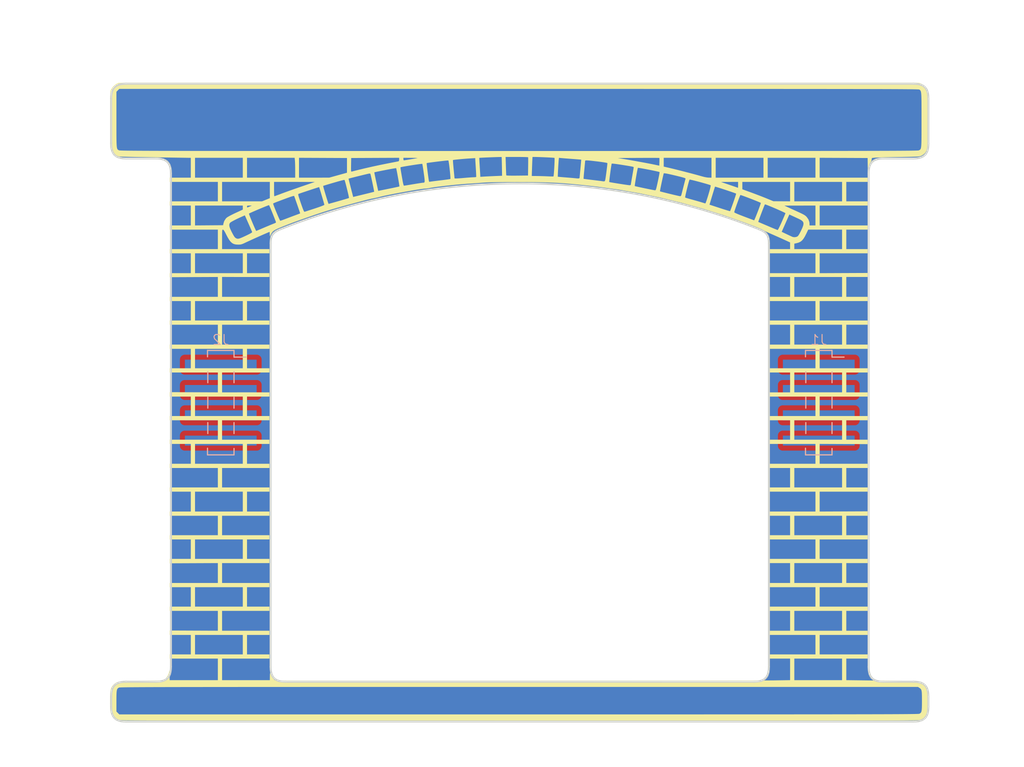
<source format=kicad_pcb>
(kicad_pcb (version 20221018) (generator pcbnew)
  (layers (0 "F.Cu" mixed) (31 "B.Cu" signal) (34 "B.Paste" user) (35 "F.Paste" user) (36 "B.SilkS" user "B.Silkscreen") (37 "F.SilkS" user "F.Silkscreen") (38 "B.Mask" user) (39 "F.Mask" user) (44 "Edge.Cuts" user))
  (net 0 "")
  (footprint "LOGO" (layer "F.Cu") (at 129.9 99.9)
    (fp_text reference "G***" hide)
    (fp_text value "LOGO" hide)
  )
  (footprint "fp:PinHeader_1x04_P2.54mm_Vertical_SMD_Both" (layer "B.Cu") (at 100 100 180)
    (fp_text reference "J2" (at 0 6.3 unlocked) (layer "B.SilkS") (effects (font (thickness 0.1)) (justify mirror)))
    (fp_text value "CAP_TOUCH")
    (pad "1" smd rect (at 0 3.81 180) (size 7.2 1) (layers "B.Cu" "B.Paste" "B.Mask"))
    (pad "2" smd rect (at 0 1.27 180) (size 7.2 1) (layers "B.Cu" "B.Paste" "B.Mask"))
    (pad "3" smd rect (at 0 -1.27 180) (size 7.2 1) (layers "B.Cu" "B.Paste" "B.Mask"))
    (pad "4" smd rect (at 0 -3.81 180) (size 7.2 1) (layers "B.Cu" "B.Paste" "B.Mask"))
  )
  (footprint "fp:PinHeader_1x04_P2.54mm_Vertical_SMD_Both" (layer "B.Cu") (at 160 100 180)
    (fp_text reference "J1" (at 0 6.3 unlocked) (layer "B.SilkS") (effects (font (thickness 0.1)) (justify mirror)))
    (fp_text value "PWR")
    (pad "1" smd rect (at 0 3.81 180) (size 7.2 1) (layers "B.Cu" "B.Paste" "B.Mask"))
    (pad "2" smd rect (at 0 1.27 180) (size 7.2 1) (layers "B.Cu" "B.Paste" "B.Mask"))
    (pad "3" smd rect (at 0 -1.27 180) (size 7.2 1) (layers "B.Cu" "B.Paste" "B.Mask"))
    (pad "4" smd rect (at 0 -3.81 180) (size 7.2 1) (layers "B.Cu" "B.Paste" "B.Mask"))
  )
  (gr_curve locked (pts (xy 170.01591 131.956123) (xy 169.848076 131.988743) (xy 169.670423 132) (xy 169.5 132)) (stroke (width 0.2)) (layer "Edge.Cuts"))
  (gr_line locked (start 105 126.5) (end 105 84.008475) (stroke (width 0.2)) (layer "Edge.Cuts"))
  (gr_curve locked (pts (xy 90.5 68) (xy 90.209074 68) (xy 89.968644 68.032804) (xy 89.771746 68.099325)) (stroke (width 0.2)) (layer "Edge.Cuts"))
  (gr_curve locked (pts (xy 94.400652 127.828226) (xy 94.280232 127.890259) (xy 94.148605 127.930332) (xy 94.01591 127.956123)) (stroke (width 0.2)) (layer "Edge.Cuts"))
  (gr_curve locked (pts (xy 154.710687 83.019653) (xy 154.636227 82.938446) (xy 154.549174 82.870755) (xy 154.456352 82.812393)) (stroke (width 0.2)) (layer "Edge.Cuts"))
  (gr_curve locked (pts (xy 154.601164 127.693313) (xy 154.696157 127.610706) (xy 154.770608 127.512501) (xy 154.828226 127.400652)) (stroke (width 0.2)) (layer "Edge.Cuts"))
  (gr_curve locked (pts (xy 94.956123 76.48409) (xy 94.988743 76.651924) (xy 95 76.829577) (xy 95 77)) (stroke (width 0.2)) (layer "Edge.Cuts"))
  (gr_curve locked (pts (xy 170.400652 75.328226) (xy 170.280232 75.390259) (xy 170.148605 75.430332) (xy 170.01591 75.456123)) (stroke (width 0.2)) (layer "Edge.Cuts"))
  (gr_curve locked (pts (xy 165.171774 76.099348) (xy 165.109741 76.219768) (xy 165.069668 76.351395) (xy 165.043877 76.48409)) (stroke (width 0.2)) (layer "Edge.Cuts"))
  (gr_curve locked (pts (xy 170.693313 75.101164) (xy 170.610706 75.196157) (xy 170.512501 75.270608) (xy 170.400652 75.328226)) (stroke (width 0.2)) (layer "Edge.Cuts"))
  (gr_curve locked (pts (xy 94.900675 127.228254) (xy 94.854477 127.364998) (xy 94.788195 127.492056) (xy 94.693313 127.601164)) (stroke (width 0.2)) (layer "Edge.Cuts"))
  (gr_curve locked (pts (xy 105.043877 127.01591) (xy 105.011257 126.848076) (xy 105 126.670423) (xy 105 126.5)) (stroke (width 0.2)) (layer "Edge.Cuts"))
  (gr_curve locked (pts (xy 106.5 128) (xy 106.209074 128) (xy 105.968644 127.967196) (xy 105.771746 127.900675)) (stroke (width 0.2)) (layer "Edge.Cuts"))
  (gr_curve locked (pts (xy 169.5 68) (xy 169.790926 68) (xy 170.031356 68.032804) (xy 170.228254 68.099325)) (stroke (width 0.2)) (layer "Edge.Cuts"))
  (gr_line locked (start 166.5 75.5) (end 169.5 75.5) (stroke (width 0.2)) (layer "Edge.Cuts"))
  (gr_line locked (start 89 129.5) (end 89 130.5) (stroke (width 0.2)) (layer "Edge.Cuts"))
  (gr_line locked (start 89 69.5) (end 89 74) (stroke (width 0.2)) (layer "Edge.Cuts"))
  (gr_curve locked (pts (xy 89 130.5) (xy 89 130.790926) (xy 89.032804 131.031356) (xy 89.099325 131.228254)) (stroke (width 0.2)) (layer "Edge.Cuts"))
  (gr_curve locked (pts (xy 89.398836 68.306687) (xy 89.303843 68.389294) (xy 89.229392 68.487499) (xy 89.171774 68.599348)) (stroke (width 0.2)) (layer "Edge.Cuts"))
  (gr_curve locked (pts (xy 94.601164 75.806687) (xy 94.696157 75.889294) (xy 94.770608 75.987499) (xy 94.828226 76.099348)) (stroke (width 0.2)) (layer "Edge.Cuts"))
  (gr_line locked (start 90.5 132) (end 169.5 132) (stroke (width 0.2)) (layer "Edge.Cuts"))
  (gr_curve locked (pts (xy 165.771746 75.599325) (xy 165.635002 75.645523) (xy 165.507944 75.711805) (xy 165.398836 75.806687)) (stroke (width 0.2)) (layer "Edge.Cuts"))
  (gr_curve locked (pts (xy 105.398836 127.693313) (xy 105.303843 127.610706) (xy 105.229392 127.512501) (xy 105.171774 127.400652)) (stroke (width 0.2)) (layer "Edge.Cuts"))
  (gr_curve locked (pts (xy 89.099325 74.728254) (xy 89.145523 74.864998) (xy 89.211805 74.992056) (xy 89.306687 75.101164)) (stroke (width 0.2)) (layer "Edge.Cuts"))
  (gr_curve locked (pts (xy 171 74) (xy 171 74.290926) (xy 170.967196 74.531356) (xy 170.900675 74.728254)) (stroke (width 0.2)) (layer "Edge.Cuts"))
  (gr_curve locked (pts (xy 170.828226 128.599348) (xy 170.890259 128.719768) (xy 170.930332 128.851395) (xy 170.956123 128.98409)) (stroke (width 0.2)) (layer "Edge.Cuts"))
  (gr_curve locked (pts (xy 170.900675 131.228254) (xy 170.854477 131.364998) (xy 170.788195 131.492056) (xy 170.693313 131.601164)) (stroke (width 0.2)) (layer "Edge.Cuts"))
  (gr_curve locked (pts (xy 170.601164 68.306687) (xy 170.696157 68.389294) (xy 170.770608 68.487499) (xy 170.828226 68.599348)) (stroke (width 0.2)) (layer "Edge.Cuts"))
  (gr_line locked (start 155 84.008475) (end 155 126.5) (stroke (width 0.2)) (layer "Edge.Cuts"))
  (gr_curve locked (pts (xy 89 74) (xy 89 74.290926) (xy 89.032804 74.531356) (xy 89.099325 74.728254)) (stroke (width 0.2)) (layer "Edge.Cuts"))
  (gr_curve locked (pts (xy 93.5 75.5) (xy 93.790926 75.5) (xy 94.031356 75.532804) (xy 94.228254 75.599325)) (stroke (width 0.2)) (layer "Edge.Cuts"))
  (gr_curve locked (pts (xy 169.5 128) (xy 169.790926 128) (xy 170.031356 128.032804) (xy 170.228254 128.099325)) (stroke (width 0.2)) (layer "Edge.Cuts"))
  (gr_curve locked (pts (xy 89.98409 131.956123) (xy 90.151924 131.988743) (xy 90.329577 132) (xy 90.5 132)) (stroke (width 0.2)) (layer "Edge.Cuts"))
  (gr_curve locked (pts (xy 89.043877 68.98409) (xy 89.011257 69.151924) (xy 89 69.329577) (xy 89 69.5)) (stroke (width 0.2)) (layer "Edge.Cuts"))
  (gr_curve locked (pts (xy 165.98409 127.956123) (xy 166.151924 127.988743) (xy 166.329577 128) (xy 166.5 128)) (stroke (width 0.2)) (layer "Edge.Cuts"))
  (gr_curve locked (pts (xy 90.5 128) (xy 90.209074 128) (xy 89.968644 128.032804) (xy 89.771746 128.099325)) (stroke (width 0.2)) (layer "Edge.Cuts"))
  (gr_line locked (start 169.5 128) (end 166.5 128) (stroke (width 0.2)) (layer "Edge.Cuts"))
  (gr_curve locked (pts (xy 89.599348 75.328226) (xy 89.719768 75.390259) (xy 89.851395 75.430332) (xy 89.98409 75.456123)) (stroke (width 0.2)) (layer "Edge.Cuts"))
  (gr_line locked (start 90.5 75.5) (end 93.5 75.5) (stroke (width 0.2)) (layer "Edge.Cuts"))
  (gr_curve locked (pts (xy 171 130.5) (xy 171 130.790926) (xy 170.967196 131.031356) (xy 170.900675 131.228254)) (stroke (width 0.2)) (layer "Edge.Cuts"))
  (gr_curve locked (pts (xy 89.771746 68.099325) (xy 89.635002 68.145523) (xy 89.507944 68.211805) (xy 89.398836 68.306687)) (stroke (width 0.2)) (layer "Edge.Cuts"))
  (gr_curve locked (pts (xy 89.306687 131.601164) (xy 89.389294 131.696157) (xy 89.487499 131.770608) (xy 89.599348 131.828226)) (stroke (width 0.2)) (layer "Edge.Cuts"))
  (gr_curve locked (pts (xy 170.956123 128.98409) (xy 170.988743 129.151924) (xy 171 129.329577) (xy 171 129.5)) (stroke (width 0.2)) (layer "Edge.Cuts"))
  (gr_line locked (start 169.5 68) (end 90.5 68) (stroke (width 0.2)) (layer "Edge.Cuts"))
  (gr_curve locked (pts (xy 153.5 128) (xy 153.790926 128) (xy 154.031356 127.967196) (xy 154.228254 127.900675)) (stroke (width 0.2)) (layer "Edge.Cuts"))
  (gr_curve locked (pts (xy 170.601164 128.306687) (xy 170.696157 128.389294) (xy 170.770608 128.487499) (xy 170.828226 128.599348)) (stroke (width 0.2)) (layer "Edge.Cuts"))
  (gr_curve locked (pts (xy 165.398836 75.806687) (xy 165.303843 75.889294) (xy 165.229392 75.987499) (xy 165.171774 76.099348)) (stroke (width 0.2)) (layer "Edge.Cuts"))
  (gr_curve locked (pts (xy 170.228254 68.099325) (xy 170.364998 68.145523) (xy 170.492056 68.211805) (xy 170.601164 68.306687)) (stroke (width 0.2)) (layer "Edge.Cuts"))
  (gr_curve locked (pts (xy 94.228254 75.599325) (xy 94.364998 75.645523) (xy 94.492056 75.711805) (xy 94.601164 75.806687)) (stroke (width 0.2)) (layer "Edge.Cuts"))
  (gr_curve locked (pts (xy 89.099325 131.228254) (xy 89.145523 131.364998) (xy 89.211805 131.492056) (xy 89.306687 131.601164)) (stroke (width 0.2)) (layer "Edge.Cuts"))
  (gr_curve locked (pts (xy 105.091027 83.350727) (xy 105.135835 83.226307) (xy 105.199771 83.11731) (xy 105.289313 83.019653)) (stroke (width 0.2)) (layer "Edge.Cuts"))
  (gr_curve locked (pts (xy 170.956123 68.98409) (xy 170.988743 69.151924) (xy 171 69.329577) (xy 171 69.5)) (stroke (width 0.2)) (layer "Edge.Cuts"))
  (gr_curve locked (pts (xy 165 126.5) (xy 165 126.790926) (xy 165.032804 127.031356) (xy 165.099325 127.228254)) (stroke (width 0.2)) (layer "Edge.Cuts"))
  (gr_curve locked (pts (xy 165.099325 127.228254) (xy 165.145523 127.364998) (xy 165.211805 127.492056) (xy 165.306687 127.601164)) (stroke (width 0.2)) (layer "Edge.Cuts"))
  (gr_curve locked (pts (xy 154.908973 83.350727) (xy 154.864165 83.226307) (xy 154.800229 83.11731) (xy 154.710687 83.019653)) (stroke (width 0.2)) (layer "Edge.Cuts"))
  (gr_line locked (start 93.5 128) (end 90.5 128) (stroke (width 0.2)) (layer "Edge.Cuts"))
  (gr_arc locked (start 105.944882 82.614975) (mid 130 78) (end 154.055118 82.614975) (stroke (width 0.2)) (layer "Edge.Cuts"))
  (gr_curve locked (pts (xy 155 84.008475) (xy 155 83.759171) (xy 154.976529 83.53831) (xy 154.908973 83.350727)) (stroke (width 0.2)) (layer "Edge.Cuts"))
  (gr_curve locked (pts (xy 154.228254 127.900675) (xy 154.364998 127.854477) (xy 154.492056 127.788195) (xy 154.601164 127.693313)) (stroke (width 0.2)) (layer "Edge.Cuts"))
  (gr_curve locked (pts (xy 89.171774 68.599348) (xy 89.109741 68.719768) (xy 89.069668 68.851395) (xy 89.043877 68.98409)) (stroke (width 0.2)) (layer "Edge.Cuts"))
  (gr_line locked (start 171 130.5) (end 171 129.5) (stroke (width 0.2)) (layer "Edge.Cuts"))
  (gr_curve locked (pts (xy 94.693313 127.601164) (xy 94.610706 127.696157) (xy 94.512501 127.770608) (xy 94.400652 127.828226)) (stroke (width 0.2)) (layer "Edge.Cuts"))
  (gr_curve locked (pts (xy 170.01591 75.456123) (xy 169.848076 75.488743) (xy 169.670423 75.5) (xy 169.5 75.5)) (stroke (width 0.2)) (layer "Edge.Cuts"))
  (gr_curve locked (pts (xy 89.171774 128.599348) (xy 89.109741 128.719768) (xy 89.069668 128.851395) (xy 89.043877 128.98409)) (stroke (width 0.2)) (layer "Edge.Cuts"))
  (gr_curve locked (pts (xy 94.828226 76.099348) (xy 94.890259 76.219768) (xy 94.930332 76.351395) (xy 94.956123 76.48409)) (stroke (width 0.2)) (layer "Edge.Cuts"))
  (gr_curve locked (pts (xy 89.771746 128.099325) (xy 89.635002 128.145523) (xy 89.507944 128.211805) (xy 89.398836 128.306687)) (stroke (width 0.2)) (layer "Edge.Cuts"))
  (gr_curve locked (pts (xy 89.306687 75.101164) (xy 89.389294 75.196157) (xy 89.487499 75.270608) (xy 89.599348 75.328226)) (stroke (width 0.2)) (layer "Edge.Cuts"))
  (gr_curve locked (pts (xy 89.398836 128.306687) (xy 89.303843 128.389294) (xy 89.229392 128.487499) (xy 89.171774 128.599348)) (stroke (width 0.2)) (layer "Edge.Cuts"))
  (gr_curve locked (pts (xy 165.043877 76.48409) (xy 165.011257 76.651924) (xy 165 76.829577) (xy 165 77)) (stroke (width 0.2)) (layer "Edge.Cuts"))
  (gr_curve locked (pts (xy 105.171774 127.400652) (xy 105.109741 127.280232) (xy 105.069668 127.148605) (xy 105.043877 127.01591)) (stroke (width 0.2)) (layer "Edge.Cuts"))
  (gr_curve locked (pts (xy 105.289313 83.019653) (xy 105.363773 82.938446) (xy 105.450826 82.870755) (xy 105.543648 82.812393)) (stroke (width 0.2)) (layer "Edge.Cuts"))
  (gr_curve locked (pts (xy 105.771746 127.900675) (xy 105.635002 127.854477) (xy 105.507944 127.788195) (xy 105.398836 127.693313)) (stroke (width 0.2)) (layer "Edge.Cuts"))
  (gr_curve locked (pts (xy 89.599348 131.828226) (xy 89.719768 131.890259) (xy 89.851395 131.930332) (xy 89.98409 131.956123)) (stroke (width 0.2)) (layer "Edge.Cuts"))
  (gr_curve locked (pts (xy 170.693313 131.601164) (xy 170.610706 131.696157) (xy 170.512501 131.770608) (xy 170.400652 131.828226)) (stroke (width 0.2)) (layer "Edge.Cuts"))
  (gr_curve locked (pts (xy 166.5 75.5) (xy 166.209074 75.5) (xy 165.968644 75.532804) (xy 165.771746 75.599325)) (stroke (width 0.2)) (layer "Edge.Cuts"))
  (gr_curve locked (pts (xy 105 84.008475) (xy 105 83.759171) (xy 105.023471 83.53831) (xy 105.091027 83.350727)) (stroke (width 0.2)) (layer "Edge.Cuts"))
  (gr_curve locked (pts (xy 154.456352 82.812393) (xy 154.331666 82.733995) (xy 154.190457 82.668889) (xy 154.055118 82.614975)) (stroke (width 0.2)) (layer "Edge.Cuts"))
  (gr_curve locked (pts (xy 170.828226 68.599348) (xy 170.890259 68.719768) (xy 170.930332 68.851395) (xy 170.956123 68.98409)) (stroke (width 0.2)) (layer "Edge.Cuts"))
  (gr_curve locked (pts (xy 170.228254 128.099325) (xy 170.364998 128.145523) (xy 170.492056 128.211805) (xy 170.601164 128.306687)) (stroke (width 0.2)) (layer "Edge.Cuts"))
  (gr_curve locked (pts (xy 95 126.5) (xy 95 126.790926) (xy 94.967196 127.031356) (xy 94.900675 127.228254)) (stroke (width 0.2)) (layer "Edge.Cuts"))
  (gr_curve locked (pts (xy 94.01591 127.956123) (xy 93.848076 127.988743) (xy 93.670423 128) (xy 93.5 128)) (stroke (width 0.2)) (layer "Edge.Cuts"))
  (gr_line locked (start 153.5 128) (end 106.5 128) (stroke (width 0.2)) (layer "Edge.Cuts"))
  (gr_line locked (start 165 126.5) (end 165 77) (stroke (width 0.2)) (layer "Edge.Cuts"))
  (gr_line locked (start 95 77) (end 95 126.5) (stroke (width 0.2)) (layer "Edge.Cuts"))
  (gr_curve locked (pts (xy 89.043877 128.98409) (xy 89.011257 129.151924) (xy 89 129.329577) (xy 89 129.5)) (stroke (width 0.2)) (layer "Edge.Cuts"))
  (gr_curve locked (pts (xy 170.900675 74.728254) (xy 170.854477 74.864998) (xy 170.788195 74.992056) (xy 170.693313 75.101164)) (stroke (width 0.2)) (layer "Edge.Cuts"))
  (gr_curve locked (pts (xy 170.400652 131.828226) (xy 170.280232 131.890259) (xy 170.148605 131.930332) (xy 170.01591 131.956123)) (stroke (width 0.2)) (layer "Edge.Cuts"))
  (gr_curve locked (pts (xy 154.828226 127.400652) (xy 154.890259 127.280232) (xy 154.930332 127.148605) (xy 154.956123 127.01591)) (stroke (width 0.2)) (layer "Edge.Cuts"))
  (gr_curve locked (pts (xy 165.306687 127.601164) (xy 165.389294 127.696157) (xy 165.487499 127.770608) (xy 165.599348 127.828226)) (stroke (width 0.2)) (layer "Edge.Cuts"))
  (gr_curve locked (pts (xy 165.599348 127.828226) (xy 165.719768 127.890259) (xy 165.851395 127.930332) (xy 165.98409 127.956123)) (stroke (width 0.2)) (layer "Edge.Cuts"))
  (gr_curve locked (pts (xy 89.98409 75.456123) (xy 90.151924 75.488743) (xy 90.329577 75.5) (xy 90.5 75.5)) (stroke (width 0.2)) (layer "Edge.Cuts"))
  (gr_curve locked (pts (xy 154.956123 127.01591) (xy 154.988743 126.848076) (xy 155 126.670423) (xy 155 126.5)) (stroke (width 0.2)) (layer "Edge.Cuts"))
  (gr_line locked (start 171 74) (end 171 69.5) (stroke (width 0.2)) (layer "Edge.Cuts"))
  (gr_curve locked (pts (xy 105.543648 82.812393) (xy 105.668334 82.733995) (xy 105.809543 82.668889) (xy 105.944882 82.614975)) (stroke (width 0.2)) (layer "Edge.Cuts"))
  (zone (net 0) (net_name "") (layers "F&B.Cu") (connect_pads (clearance 0.5)) (min_thickness 0.25) (fill yes (thermal_gap 0.5) (thermal_bridge_width 0.5) (island_removal_mode 1) (island_area_min 10))
    (polygon (pts (xy 180.6 59.6) (xy 180.6 136.1) (xy 180.15 136.55) (xy 78.65 136.55) (xy 77.85 135.75) (xy 77.85 59.6)))
  )
)
</source>
